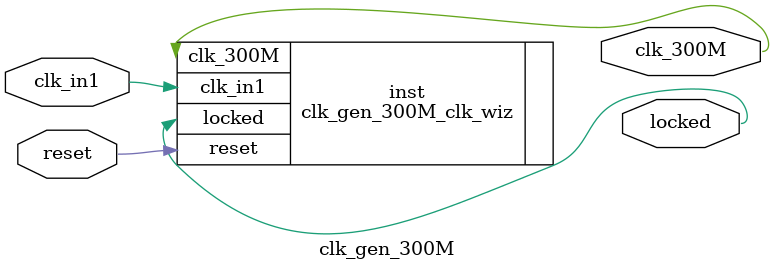
<source format=v>


`timescale 1ps/1ps

(* CORE_GENERATION_INFO = "clk_gen_300M,clk_wiz_v6_0_4_0_0,{component_name=clk_gen_300M,use_phase_alignment=true,use_min_o_jitter=false,use_max_i_jitter=false,use_dyn_phase_shift=false,use_inclk_switchover=false,use_dyn_reconfig=false,enable_axi=0,feedback_source=FDBK_AUTO,PRIMITIVE=PLL,num_out_clk=1,clkin1_period=20.000,clkin2_period=10.000,use_power_down=false,use_reset=true,use_locked=true,use_inclk_stopped=false,feedback_type=SINGLE,CLOCK_MGR_TYPE=NA,manual_override=false}" *)

module clk_gen_300M 
 (
  // Clock out ports
  output        clk_300M,
  // Status and control signals
  input         reset,
  output        locked,
 // Clock in ports
  input         clk_in1
 );

  clk_gen_300M_clk_wiz inst
  (
  // Clock out ports  
  .clk_300M(clk_300M),
  // Status and control signals               
  .reset(reset), 
  .locked(locked),
 // Clock in ports
  .clk_in1(clk_in1)
  );

endmodule

</source>
